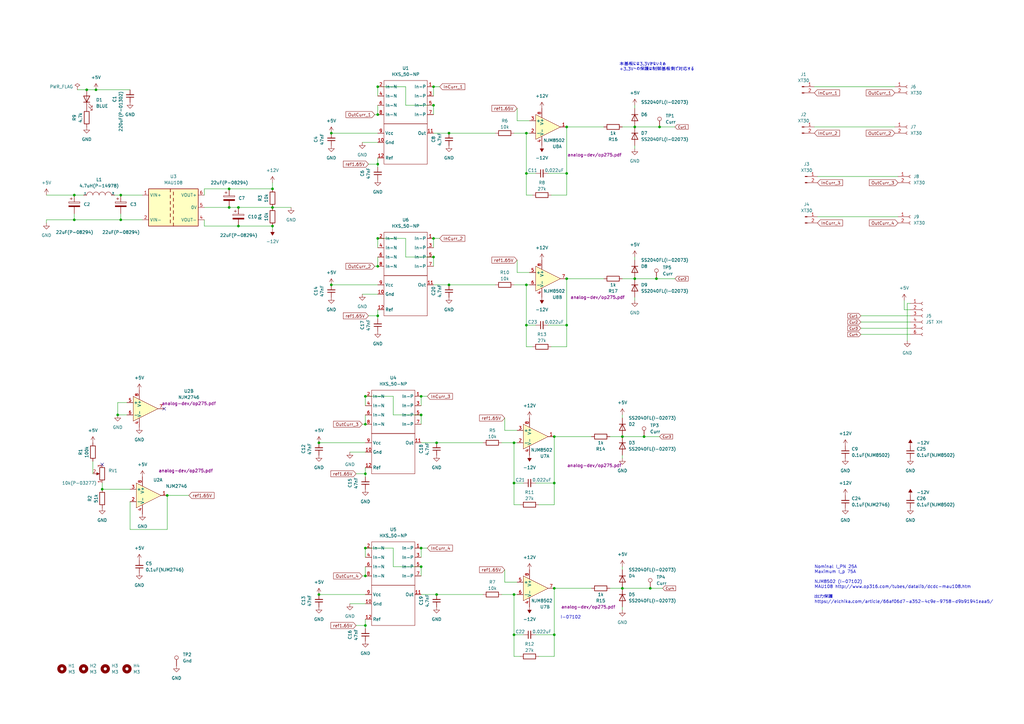
<source format=kicad_sch>
(kicad_sch (version 20211123) (generator eeschema)
  (paper "A3")
  (title_block (title "モータ電流検出基板") (date "2023-11-12") (rev "MSCB 2.1") (company "TKG") (comment 1 "ver1.1 反転増幅のリファレンス端子の電圧を修正") (comment 2 "ver2.0 4ch化") (comment 3 "ver2.1 誤記修正"))
  (lib_symbols
    (symbol "Connector:Conn_01x02_Female" (pin_names (offset 1.016) hide)
      (property "Reference" "J" (at 0 2.54 0))
      (property "Value" "Conn_01x02_Female" (at 0 -5.08 0))
      (symbol "Conn_01x02_Female_1_1"
        (pin passive line (at -5.08 0 0) (length 3.81) (name "Pin_1") (number "1"))
        (pin passive line (at -5.08 -2.54 0) (length 3.81) (name "Pin_2") (number "2"))
      )
    )
    (symbol "Connector:Conn_01x02_Male" (pin_names (offset 1.016) hide)
      (property "Reference" "J" (at 0 2.54 0))
      (property "Value" "Conn_01x02_Male" (at 0 -5.08 0))
      (symbol "Conn_01x02_Male_1_1"
        (pin passive line (at 5.08 0 180) (length 3.81) (name "Pin_1") (number "1"))
        (pin passive line (at 5.08 -2.54 180) (length 3.81) (name "Pin_2") (number "2"))
      )
    )
    (symbol "Connector:Conn_01x06_Female" (pin_names (offset 1.016) hide)
      (property "Reference" "J" (at 0 7.62 0))
      (property "Value" "Conn_01x06_Female" (at 0 -10.16 0))
      (symbol "Conn_01x06_Female_1_1"
        (pin passive line (at -5.08 5.08 0) (length 3.81) (name "Pin_1") (number "1"))
        (pin passive line (at -5.08 2.54 0) (length 3.81) (name "Pin_2") (number "2"))
        (pin passive line (at -5.08 0 0) (length 3.81) (name "Pin_3") (number "3"))
        (pin passive line (at -5.08 -2.54 0) (length 3.81) (name "Pin_4") (number "4"))
        (pin passive line (at -5.08 -5.08 0) (length 3.81) (name "Pin_5") (number "5"))
        (pin passive line (at -5.08 -7.62 0) (length 3.81) (name "Pin_6") (number "6"))
      )
    )
    (symbol "Connector:TestPoint" (pin_numbers hide) (pin_names (offset 0.762) hide)
      (property "Reference" "TP" (at 0 6.858 0))
      (property "Value" "TestPoint" (at 0 5.08 0))
      (symbol "TestPoint_1_1"
        (pin passive line (at 0 0 90) (length 2.54) (name "1") (number "1"))
      )
    )
    (symbol "Device:C_Polarized" (pin_numbers hide) (pin_names (offset 0.254))
      (property "Reference" "C" (at 0.635 2.54 0))
      (property "Value" "C_Polarized" (at 0.635 -2.54 0))
      (symbol "C_Polarized_1_1"
        (pin passive line (at 0 3.81 270) (length 2.794) (name "~") (number "1"))
        (pin passive line (at 0 -3.81 90) (length 2.794) (name "~") (number "2"))
      )
    )
    (symbol "Device:C_Small" (pin_numbers hide) (pin_names (offset 0.254) hide)
      (property "Reference" "C" (at 0.254 1.778 0))
      (property "Value" "C_Small" (at 0.254 -2.032 0))
      (symbol "C_Small_1_1"
        (pin passive line (at 0 2.54 270) (length 2.032) (name "~") (number "1"))
        (pin passive line (at 0 -2.54 90) (length 2.032) (name "~") (number "2"))
      )
    )
    (symbol "Device:D" (pin_numbers hide) (pin_names (offset 1.016) hide)
      (property "Reference" "D" (at 0 2.54 0))
      (property "Value" "D" (at 0 -2.54 0))
      (symbol "D_1_1"
        (pin passive line (at -3.81 0 0) (length 2.54) (name "K") (number "1"))
        (pin passive line (at 3.81 0 180) (length 2.54) (name "A") (number "2"))
      )
    )
    (symbol "Device:LED" (pin_numbers hide) (pin_names (offset 1.016) hide)
      (property "Reference" "D" (at 0 2.54 0))
      (property "Value" "LED" (at 0 -2.54 0))
      (symbol "LED_1_1"
        (pin passive line (at -3.81 0 0) (length 2.54) (name "K") (number "1"))
        (pin passive line (at 3.81 0 180) (length 2.54) (name "A") (number "2"))
      )
    )
    (symbol "Device:R" (pin_numbers hide) (pin_names (offset 0))
      (property "Reference" "R" (at 2.032 0 90))
      (property "Value" "R" (at 0 0 90))
      (symbol "R_1_1"
        (pin passive line (at 0 3.81 270) (length 1.27) (name "~") (number "1"))
        (pin passive line (at 0 -3.81 90) (length 1.27) (name "~") (number "2"))
      )
    )
    (symbol "Device:R_Potentiometer" (pin_names (offset 1.016) hide)
      (property "Reference" "RV" (at -4.445 0 90))
      (property "Value" "R_Potentiometer" (at -2.54 0 90))
      (symbol "R_Potentiometer_1_1"
        (pin passive line (at 0 3.81 270) (length 1.27) (name "1") (number "1"))
        (pin passive line (at 3.81 0 180) (length 1.27) (name "2") (number "2"))
        (pin passive line (at 0 -3.81 90) (length 1.27) (name "3") (number "3"))
      )
    )
    (symbol "Mechanical:MountingHole" (pin_names (offset 1.016))
      (property "Reference" "H" (at 0 5.08 0))
      (property "Value" "MountingHole" (at 0 3.175 0))
    )
    (symbol "Regulator_Switching:NMA1515SC"
      (property "Reference" "U" (at -10.16 8.89 0))
      (property "Value" "NMA1515SC" (at 0 8.89 0))
      (symbol "NMA1515SC_1_1"
        (pin power_in line (at -12.7 5.08 0) (length 2.54) (name "VIN+") (number "1"))
        (pin power_in line (at -12.7 -5.08 0) (length 2.54) (name "VIN-") (number "2"))
        (pin power_out line (at 12.7 -5.08 180) (length 2.54) (name "VOUT-") (number "4"))
        (pin power_out line (at 12.7 0 180) (length 2.54) (name "0V") (number "5"))
        (pin power_out line (at 12.7 5.08 180) (length 2.54) (name "VOUT+") (number "6"))
      )
    )
    (symbol "power:+12V" (power) (pin_names (offset 0))
      (property "Value" "+12V" (at 0 3.556 0))
      (symbol "+12V_1_1"
        (pin power_in line (at 0 0 90) (length 0) hide (name "+12V") (number "1"))
      )
    )
    (symbol "power:+5V" (power) (pin_names (offset 0))
      (property "Value" "+5V" (at 0 3.556 0))
      (symbol "+5V_1_1"
        (pin power_in line (at 0 0 90) (length 0) hide (name "+5V") (number "1"))
      )
    )
    (symbol "power:-12V" (power) (pin_names (offset 0))
      (property "Value" "-12V" (at 0 3.81 0))
      (symbol "-12V_0_0"
        (pin power_in line (at 0 0 90) (length 0) hide (name "-12V") (number "1"))
      )
    )
    (symbol "power:GND" (power) (pin_names (offset 0))
      (property "Value" "GND" (at 0 -3.81 0))
      (symbol "GND_1_1"
        (pin power_in line (at 0 0 270) (length 0) hide (name "GND") (number "1"))
      )
    )
    (symbol "power:PWR_FLAG" (power) (pin_numbers hide) (pin_names (offset 0) hide)
      (property "Value" "PWR_FLAG" (at 0 3.81 0))
      (symbol "PWR_FLAG_0_0"
        (pin power_out line (at 0 0 90) (length 0) (name "pwr") (number "1"))
      )
    )
    (symbol "pspice:INDUCTOR" (pin_numbers hide) (pin_names (offset 0))
      (property "Reference" "L" (at 0 2.54 0))
      (property "Value" "INDUCTOR" (at 0 -1.27 0))
      (symbol "INDUCTOR_1_1"
        (pin input line (at -6.35 0 0) (length 1.27) (name "1") (number "1"))
        (pin input line (at 6.35 0 180) (length 1.27) (name "2") (number "2"))
      )
    )
    (symbol "x_mylib:HXS_50-NP"
      (property "Reference" "U" (at -3.81 5.08 0))
      (property "Value" "HXS_50-NP" (at -1.27 2.54 0))
      (symbol "HXS_50-NP_1_1"
        (pin bidirectional line (at 11.43 -2.54 180) (length 2.54) (name "In-P") (number "1"))
        (pin power_in line (at -11.43 -25.4 0) (length 2.54) (name "Gnd") (number "10"))
        (pin output line (at 11.43 -21.59 180) (length 2.54) (name "Out") (number "11"))
        (pin input line (at -11.43 -31.75 0) (length 2.54) (name "Ref") (number "12"))
        (pin bidirectional line (at -11.43 -2.54 0) (length 2.54) (name "In-N") (number "2"))
        (pin bidirectional line (at 11.43 -6.35 180) (length 2.54) (name "In-P") (number "3"))
        (pin bidirectional line (at -11.43 -6.35 0) (length 2.54) (name "In-N") (number "4"))
        (pin bidirectional line (at 11.43 -10.16 180) (length 2.54) (name "In-P") (number "5"))
        (pin bidirectional line (at -11.43 -10.16 0) (length 2.54) (name "In-N") (number "6"))
        (pin bidirectional line (at 11.43 -13.97 180) (length 2.54) (name "In-P") (number "7"))
        (pin bidirectional line (at -11.43 -13.97 0) (length 2.54) (name "In-N") (number "8"))
        (pin power_in line (at -11.43 -21.59 0) (length 2.54) (name "Vcc") (number "9"))
      )
    )
    (symbol "x_mylib:NJM2746" (pin_names (offset 0.254))
      (property "Reference" "U" (at 0 3.81 0))
      (property "Value" "NJM2746" (at 0 -3.81 0))
      (property "Datasheet" "analog-dev/op275.pdf" (at 0 3.81 0))
      (symbol "NJM2746_0_1"
        (pin power_in line (at -2.54 -7.62 90) (length 3.81) (name "V-") (number "4"))
        (pin power_in line (at -2.54 7.62 270) (length 3.81) (name "V+") (number "8"))
      )
      (symbol "NJM2746_1_1"
        (pin output line (at 7.62 0 180) (length 2.54) (name "~") (number "1"))
        (pin input line (at -7.62 -2.54 0) (length 2.54) (name "-") (number "2"))
        (pin input line (at -7.62 2.54 0) (length 2.54) (name "+") (number "3"))
      )
      (symbol "NJM2746_2_1"
        (pin input line (at -7.62 2.54 0) (length 2.54) (name "+") (number "5"))
        (pin input line (at -7.62 -2.54 0) (length 2.54) (name "-") (number "6"))
        (pin output line (at 7.62 0 180) (length 2.54) (name "~") (number "7"))
      )
    )
  )
  (junction (at 215.9 116.84))
  (junction (at 154.94 97.79))
  (junction (at 154.94 35.56))
  (junction (at 154.94 46.99))
  (junction (at 48.26 170.18))
  (junction (at 232.41 133.35))
  (junction (at 179.07 181.61))
  (junction (at 68.58 203.2))
  (junction (at 130.81 243.84))
  (junction (at 227.33 260.35))
  (junction (at 177.8 105.41))
  (junction (at 172.72 224.79))
  (junction (at 227.33 241.3))
  (junction (at 177.8 35.56))
  (junction (at 227.33 198.12))
  (junction (at 184.15 116.84))
  (junction (at 255.27 241.3))
  (junction (at 41.91 200.66))
  (junction (at 179.07 243.84))
  (junction (at 30.48 90.17))
  (junction (at 215.9 54.61))
  (junction (at 210.82 260.35))
  (junction (at 97.79 85.09))
  (junction (at 266.7 241.3))
  (junction (at 135.89 116.84))
  (junction (at 177.8 97.79))
  (junction (at 215.9 71.12))
  (junction (at 149.86 162.56))
  (junction (at 149.86 194.31))
  (junction (at 154.94 67.31))
  (junction (at 215.9 133.35))
  (junction (at 149.86 224.79))
  (junction (at 149.86 236.22))
  (junction (at 93.98 85.09))
  (junction (at 35.56 36.83))
  (junction (at 232.41 52.07))
  (junction (at 49.53 90.17))
  (junction (at 227.33 179.07))
  (junction (at 49.53 80.01))
  (junction (at 210.82 243.84))
  (junction (at 154.94 109.22))
  (junction (at 111.76 85.09))
  (junction (at 149.86 173.99))
  (junction (at 111.76 92.71))
  (junction (at 130.81 181.61))
  (junction (at 30.48 80.01))
  (junction (at 149.86 256.54))
  (junction (at 177.8 43.18))
  (junction (at 184.15 54.61))
  (junction (at 111.76 77.47))
  (junction (at 255.27 179.07))
  (junction (at 97.79 92.71))
  (junction (at 210.82 181.61))
  (junction (at 232.41 71.12))
  (junction (at 270.51 52.07))
  (junction (at 39.37 36.83))
  (junction (at 210.82 198.12))
  (junction (at 260.35 52.07))
  (junction (at 135.89 54.61))
  (junction (at 264.16 179.07))
  (junction (at 172.72 162.56))
  (junction (at 232.41 114.3))
  (junction (at 172.72 170.18))
  (junction (at 260.35 114.3))
  (junction (at 154.94 129.54))
  (junction (at 172.72 232.41))
  (junction (at 269.24 114.3))
  (junction (at 93.98 77.47))
  (no_connect (at 67.31 167.64))
  (no_connect (at 41.91 190.5))
  (wire (pts (xy 215.9 80.01) (xy 218.44 80.01)))
  (wire (pts (xy 172.72 162.56) (xy 175.26 162.56)))
  (wire (pts (xy 210.82 269.24) (xy 210.82 260.35)))
  (wire (pts (xy 210.82 207.01) (xy 213.36 207.01)))
  (wire (pts (xy 353.06 132.08) (xy 373.38 132.08)))
  (wire (pts (xy 215.9 133.35) (xy 219.71 133.35)))
  (wire (pts (xy 172.72 224.79) (xy 172.72 228.6)))
  (wire (pts (xy 149.86 254) (xy 149.86 256.54)))
  (wire (pts (xy 335.28 72.39) (xy 368.3 72.39)))
  (wire (pts (xy 224.79 71.12) (xy 232.41 71.12)))
  (wire (pts (xy 41.91 198.12) (xy 41.91 200.66)))
  (wire (pts (xy 149.86 232.41) (xy 149.86 236.22)))
  (wire (pts (xy 212.09 238.76) (xy 207.01 238.76)))
  (wire (pts (xy 255.27 179.07) (xy 264.16 179.07)))
  (wire (pts (xy 68.58 217.17) (xy 68.58 203.2)))
  (wire (pts (xy 255.27 187.96) (xy 255.27 186.69)))
  (wire (pts (xy 149.86 170.18) (xy 149.86 173.99)))
  (wire (pts (xy 46.99 80.01) (xy 49.53 80.01)))
  (wire (pts (xy 93.98 85.09) (xy 97.79 85.09)))
  (wire (pts (xy 177.8 105.41) (xy 166.37 105.41)))
  (wire (pts (xy 172.72 170.18) (xy 161.29 170.18)))
  (wire (pts (xy 232.41 80.01) (xy 232.41 71.12)))
  (wire (pts (xy 210.82 243.84) (xy 210.82 260.35)))
  (wire (pts (xy 83.82 77.47) (xy 83.82 80.01)))
  (wire (pts (xy 146.05 256.54) (xy 149.86 256.54)))
  (wire (pts (xy 210.82 207.01) (xy 210.82 198.12)))
  (wire (pts (xy 184.15 116.84) (xy 203.2 116.84)))
  (wire (pts (xy 48.26 170.18) (xy 48.26 165.1)))
  (wire (pts (xy 49.53 90.17) (xy 30.48 90.17)))
  (wire (pts (xy 220.98 269.24) (xy 227.33 269.24)))
  (wire (pts (xy 154.94 105.41) (xy 154.94 109.22)))
  (wire (pts (xy 161.29 232.41) (xy 161.29 224.79)))
  (wire (pts (xy 217.17 49.53) (xy 212.09 49.53)))
  (wire (pts (xy 232.41 142.24) (xy 232.41 133.35)))
  (wire (pts (xy 172.72 243.84) (xy 179.07 243.84)))
  (wire (pts (xy 83.82 92.71) (xy 83.82 90.17)))
  (wire (pts (xy 130.81 181.61) (xy 149.86 181.61)))
  (wire (pts (xy 232.41 114.3) (xy 232.41 133.35)))
  (wire (pts (xy 41.91 200.66) (xy 53.34 200.66)))
  (wire (pts (xy 166.37 43.18) (xy 166.37 35.56)))
  (wire (pts (xy 372.11 124.46) (xy 373.38 124.46)))
  (wire (pts (xy 48.26 170.18) (xy 52.07 170.18)))
  (wire (pts (xy 207.01 238.76) (xy 207.01 233.68)))
  (wire (pts (xy 93.98 77.47) (xy 83.82 77.47)))
  (wire (pts (xy 48.26 165.1) (xy 52.07 165.1)))
  (wire (pts (xy 370.84 123.19) (xy 370.84 127)))
  (wire (pts (xy 269.24 114.3) (xy 276.86 114.3)))
  (wire (pts (xy 210.82 54.61) (xy 215.9 54.61)))
  (wire (pts (xy 154.94 127) (xy 154.94 129.54)))
  (wire (pts (xy 149.86 191.77) (xy 149.86 194.31)))
  (wire (pts (xy 215.9 54.61) (xy 215.9 71.12)))
  (wire (pts (xy 111.76 74.93) (xy 111.76 77.47)))
  (wire (pts (xy 19.05 90.17) (xy 30.48 90.17)))
  (wire (pts (xy 177.8 116.84) (xy 184.15 116.84)))
  (wire (pts (xy 260.35 60.96) (xy 260.35 59.69)))
  (wire (pts (xy 215.9 54.61) (xy 217.17 54.61)))
  (wire (pts (xy 255.27 241.3) (xy 266.7 241.3)))
  (wire (pts (xy 226.06 142.24) (xy 232.41 142.24)))
  (wire (pts (xy 154.94 97.79) (xy 154.94 101.6)))
  (wire (pts (xy 353.06 129.54) (xy 373.38 129.54)))
  (wire (pts (xy 335.28 88.9) (xy 368.3 88.9)))
  (wire (pts (xy 49.53 80.01) (xy 58.42 80.01)))
  (wire (pts (xy 210.82 181.61) (xy 212.09 181.61)))
  (wire (pts (xy 143.51 247.65) (xy 149.86 247.65)))
  (wire (pts (xy 250.19 241.3) (xy 255.27 241.3)))
  (wire (pts (xy 212.09 111.76) (xy 212.09 106.68)))
  (wire (pts (xy 149.86 224.79) (xy 149.86 228.6)))
  (wire (pts (xy 260.35 52.07) (xy 270.51 52.07)))
  (wire (pts (xy 30.48 90.17) (xy 30.48 87.63)))
  (wire (pts (xy 30.48 80.01) (xy 34.29 80.01)))
  (wire (pts (xy 255.27 170.18) (xy 255.27 171.45)))
  (wire (pts (xy 334.01 35.56) (xy 367.03 35.56)))
  (wire (pts (xy 166.37 35.56) (xy 154.94 35.56)))
  (wire (pts (xy 172.72 181.61) (xy 179.07 181.61)))
  (wire (pts (xy 35.56 36.83) (xy 39.37 36.83)))
  (wire (pts (xy 255.27 250.19) (xy 255.27 248.92)))
  (wire (pts (xy 370.84 127) (xy 373.38 127)))
  (wire (pts (xy 97.79 92.71) (xy 83.82 92.71)))
  (wire (pts (xy 177.8 43.18) (xy 166.37 43.18)))
  (wire (pts (xy 148.59 58.42) (xy 154.94 58.42)))
  (wire (pts (xy 177.8 97.79) (xy 180.34 97.79)))
  (wire (pts (xy 19.05 91.44) (xy 19.05 90.17)))
  (wire (pts (xy 135.89 54.61) (xy 154.94 54.61)))
  (wire (pts (xy 219.71 198.12) (xy 227.33 198.12)))
  (wire (pts (xy 260.35 114.3) (xy 269.24 114.3)))
  (wire (pts (xy 172.72 232.41) (xy 161.29 232.41)))
  (wire (pts (xy 154.94 43.18) (xy 154.94 46.99)))
  (wire (pts (xy 217.17 111.76) (xy 212.09 111.76)))
  (wire (pts (xy 93.98 77.47) (xy 111.76 77.47)))
  (wire (pts (xy 31.75 36.83) (xy 35.56 36.83)))
  (wire (pts (xy 19.05 80.01) (xy 30.48 80.01)))
  (wire (pts (xy 224.79 133.35) (xy 232.41 133.35)))
  (wire (pts (xy 207.01 176.53) (xy 207.01 171.45)))
  (wire (pts (xy 177.8 97.79) (xy 177.8 101.6)))
  (wire (pts (xy 215.9 142.24) (xy 215.9 133.35)))
  (wire (pts (xy 135.89 116.84) (xy 154.94 116.84)))
  (wire (pts (xy 260.35 105.41) (xy 260.35 106.68)))
  (wire (pts (xy 177.8 35.56) (xy 177.8 39.37)))
  (wire (pts (xy 215.9 116.84) (xy 215.9 133.35)))
  (wire (pts (xy 153.67 46.99) (xy 154.94 46.99)))
  (wire (pts (xy 215.9 71.12) (xy 219.71 71.12)))
  (wire (pts (xy 58.42 90.17) (xy 49.53 90.17)))
  (wire (pts (xy 53.34 217.17) (xy 68.58 217.17)))
  (wire (pts (xy 212.09 176.53) (xy 207.01 176.53)))
  (wire (pts (xy 266.7 241.3) (xy 271.78 241.3)))
  (wire (pts (xy 83.82 85.09) (xy 93.98 85.09)))
  (wire (pts (xy 148.59 173.99) (xy 149.86 173.99)))
  (wire (pts (xy 227.33 207.01) (xy 227.33 198.12)))
  (wire (pts (xy 161.29 224.79) (xy 149.86 224.79)))
  (wire (pts (xy 232.41 52.07) (xy 232.41 71.12)))
  (wire (pts (xy 184.15 54.61) (xy 203.2 54.61)))
  (wire (pts (xy 154.94 129.54) (xy 154.94 130.81)))
  (wire (pts (xy 130.81 243.84) (xy 149.86 243.84)))
  (wire (pts (xy 151.13 129.54) (xy 154.94 129.54)))
  (wire (pts (xy 97.79 92.71) (xy 111.76 92.71)))
  (wire (pts (xy 260.35 123.19) (xy 260.35 121.92)))
  (wire (pts (xy 39.37 36.83) (xy 53.34 36.83)))
  (wire (pts (xy 210.82 269.24) (xy 213.36 269.24)))
  (wire (pts (xy 215.9 80.01) (xy 215.9 71.12)))
  (wire (pts (xy 153.67 109.22) (xy 154.94 109.22)))
  (wire (pts (xy 215.9 142.24) (xy 218.44 142.24)))
  (wire (pts (xy 177.8 43.18) (xy 177.8 46.99)))
  (wire (pts (xy 172.72 170.18) (xy 172.72 173.99)))
  (wire (pts (xy 172.72 162.56) (xy 172.72 166.37)))
  (wire (pts (xy 179.07 243.84) (xy 198.12 243.84)))
  (wire (pts (xy 210.82 181.61) (xy 210.82 198.12)))
  (wire (pts (xy 177.8 35.56) (xy 180.34 35.56)))
  (wire (pts (xy 227.33 179.07) (xy 242.57 179.07)))
  (wire (pts (xy 220.98 207.01) (xy 227.33 207.01)))
  (wire (pts (xy 227.33 179.07) (xy 227.33 198.12)))
  (wire (pts (xy 255.27 52.07) (xy 260.35 52.07)))
  (wire (pts (xy 154.94 67.31) (xy 154.94 68.58)))
  (wire (pts (xy 149.86 256.54) (xy 149.86 257.81)))
  (wire (pts (xy 143.51 185.42) (xy 149.86 185.42)))
  (wire (pts (xy 179.07 181.61) (xy 198.12 181.61)))
  (wire (pts (xy 146.05 194.31) (xy 149.86 194.31)))
  (wire (pts (xy 226.06 80.01) (xy 232.41 80.01)))
  (wire (pts (xy 334.01 52.07) (xy 367.03 52.07)))
  (wire (pts (xy 232.41 52.07) (xy 247.65 52.07)))
  (wire (pts (xy 210.82 260.35) (xy 214.63 260.35)))
  (wire (pts (xy 260.35 43.18) (xy 260.35 44.45)))
  (wire (pts (xy 227.33 269.24) (xy 227.33 260.35)))
  (wire (pts (xy 255.27 232.41) (xy 255.27 233.68)))
  (wire (pts (xy 148.59 120.65) (xy 154.94 120.65)))
  (wire (pts (xy 53.34 205.74) (xy 53.34 217.17)))
  (wire (pts (xy 111.76 85.09) (xy 119.38 85.09)))
  (wire (pts (xy 172.72 232.41) (xy 172.72 236.22)))
  (wire (pts (xy 353.06 137.16) (xy 373.38 137.16)))
  (wire (pts (xy 227.33 241.3) (xy 227.33 260.35)))
  (wire (pts (xy 148.59 236.22) (xy 149.86 236.22)))
  (wire (pts (xy 154.94 35.56) (xy 154.94 39.37)))
  (wire (pts (xy 97.79 85.09) (xy 111.76 85.09)))
  (wire (pts (xy 205.74 181.61) (xy 210.82 181.61)))
  (wire (pts (xy 353.06 134.62) (xy 373.38 134.62)))
  (wire (pts (xy 264.16 179.07) (xy 270.51 179.07)))
  (wire (pts (xy 154.94 64.77) (xy 154.94 67.31)))
  (wire (pts (xy 172.72 224.79) (xy 175.26 224.79)))
  (wire (pts (xy 151.13 67.31) (xy 154.94 67.31)))
  (wire (pts (xy 68.58 203.2) (xy 77.47 203.2)))
  (wire (pts (xy 210.82 116.84) (xy 215.9 116.84)))
  (wire (pts (xy 219.71 260.35) (xy 227.33 260.35)))
  (wire (pts (xy 177.8 54.61) (xy 184.15 54.61)))
  (wire (pts (xy 255.27 114.3) (xy 260.35 114.3)))
  (wire (pts (xy 210.82 198.12) (xy 214.63 198.12)))
  (wire (pts (xy 38.1 189.23) (xy 38.1 194.31)))
  (wire (pts (xy 270.51 52.07) (xy 276.86 52.07)))
  (wire (pts (xy 149.86 194.31) (xy 149.86 195.58)))
  (wire (pts (xy 161.29 170.18) (xy 161.29 162.56)))
  (wire (pts (xy 161.29 162.56) (xy 149.86 162.56)))
  (wire (pts (xy 177.8 105.41) (xy 177.8 109.22)))
  (wire (pts (xy 205.74 243.84) (xy 210.82 243.84)))
  (wire (pts (xy 149.86 162.56) (xy 149.86 166.37)))
  (wire (pts (xy 210.82 243.84) (xy 212.09 243.84)))
  (wire (pts (xy 250.19 179.07) (xy 255.27 179.07)))
  (wire (pts (xy 227.33 241.3) (xy 242.57 241.3)))
  (wire (pts (xy 111.76 93.98) (xy 111.76 92.71)))
  (wire (pts (xy 215.9 116.84) (xy 217.17 116.84)))
  (wire (pts (xy 166.37 105.41) (xy 166.37 97.79)))
  (wire (pts (xy 166.37 97.79) (xy 154.94 97.79)))
  (wire (pts (xy 212.09 49.53) (xy 212.09 44.45)))
  (wire (pts (xy 49.53 90.17) (xy 49.53 87.63)))
  (wire (pts (xy 372.11 139.7) (xy 372.11 124.46)))
  (wire (pts (xy 232.41 114.3) (xy 247.65 114.3)))
  (text "Nominal I_PN 25A\nMaximum I_p 75A\n\nNJM8502 (I-07102)\nMAU108 http://www.op316.com/tubes/datalib/dcdc-mau108.htm\n\n出力保護\nhttps://elchika.com/article/66af06d7-a352-4c9e-9758-d9b91941eaa5/" (at 334.01 247.65 0) (effects (font (size 1.27 1.27)) (justify left bottom)))
  (text "I-07102" (at 229.87 254 0) (effects (font (size 1.27 1.27)) (justify left bottom)))
  (text "本基板には3.3Vがないため\n+3.3Vへの保護は制御基板側で対応する" (at 254 29.21 0) (effects (font (size 1.27 1.27)) (justify left bottom)))
  (global_label "OutCurr_3" (shape input) (at 148.59 173.99 180) (property "Intersheet References" "${INTERSHEET_REFS}" (effects hide)))
  (global_label "ref1.65V" (shape input) (at 207.01 233.68 180) (property "Intersheet References" "${INTERSHEET_REFS}" (effects hide)))
  (global_label "Cur3" (shape input) (at 353.06 134.62 180) (effects (font (size 1 1))) (property "Intersheet References" "${INTERSHEET_REFS}" (effects hide)))
  (global_label "InCurr_4" (shape input) (at 175.26 224.79 0) (property "Intersheet References" "${INTERSHEET_REFS}" (effects hide)))
  (global_label "OutCurr_1" (shape input) (at 153.67 46.99 180) (property "Intersheet References" "${INTERSHEET_REFS}" (effects hide)))
  (global_label "OutCurr_4" (shape input) (at 148.59 236.22 180) (property "Intersheet References" "${INTERSHEET_REFS}" (effects hide)))
  (global_label "InCurr_2" (shape input) (at 180.34 97.79 0) (property "Intersheet References" "${INTERSHEET_REFS}" (effects hide)))
  (global_label "InCurr_3" (shape input) (at 335.28 74.93 0) (property "Intersheet References" "${INTERSHEET_REFS}" (effects hide)))
  (global_label "ref1.65V" (shape input) (at 77.47 203.2 0) (property "Intersheet References" "${INTERSHEET_REFS}" (effects hide)))
  (global_label "Cur2" (shape input) (at 353.06 132.08 180) (effects (font (size 1 1))) (property "Intersheet References" "${INTERSHEET_REFS}" (effects hide)))
  (global_label "Cur3" (shape input) (at 270.51 179.07 0) (effects (font (size 1 1))) (property "Intersheet References" "${INTERSHEET_REFS}" (effects hide)))
  (global_label "ref1.65V" (shape input) (at 212.09 44.45 180) (property "Intersheet References" "${INTERSHEET_REFS}" (effects hide)))
  (global_label "Cur1" (shape input) (at 353.06 129.54 180) (effects (font (size 1 1))) (property "Intersheet References" "${INTERSHEET_REFS}" (effects hide)))
  (global_label "ref1.65V" (shape input) (at 212.09 106.68 180) (property "Intersheet References" "${INTERSHEET_REFS}" (effects hide)))
  (global_label "Cur2" (shape input) (at 276.86 114.3 0) (effects (font (size 1 1))) (property "Intersheet References" "${INTERSHEET_REFS}" (effects hide)))
  (global_label "ref1.65V" (shape input) (at 146.05 194.31 180) (property "Intersheet References" "${INTERSHEET_REFS}" (effects hide)))
  (global_label "OutCurr_2" (shape input) (at 153.67 109.22 180) (property "Intersheet References" "${INTERSHEET_REFS}" (effects hide)))
  (global_label "ref1.65V" (shape input) (at 151.13 67.31 180) (property "Intersheet References" "${INTERSHEET_REFS}" (effects hide)))
  (global_label "InCurr_4" (shape input) (at 335.28 91.44 0) (property "Intersheet References" "${INTERSHEET_REFS}" (effects hide)))
  (global_label "Cur1" (shape input) (at 276.86 52.07 0) (effects (font (size 1 1))) (property "Intersheet References" "${INTERSHEET_REFS}" (effects hide)))
  (global_label "ref1.65V" (shape input) (at 207.01 171.45 180) (property "Intersheet References" "${INTERSHEET_REFS}" (effects hide)))
  (global_label "InCurr_2" (shape input) (at 334.01 54.61 0) (property "Intersheet References" "${INTERSHEET_REFS}" (effects hide)))
  (global_label "OutCurr_1" (shape input) (at 367.03 38.1 180) (property "Intersheet References" "${INTERSHEET_REFS}" (effects hide)))
  (global_label "ref1.65V" (shape input) (at 151.13 129.54 180) (property "Intersheet References" "${INTERSHEET_REFS}" (effects hide)))
  (global_label "OutCurr_3" (shape input) (at 368.3 74.93 180) (property "Intersheet References" "${INTERSHEET_REFS}" (effects hide)))
  (global_label "OutCurr_4" (shape input) (at 368.3 91.44 180) (property "Intersheet References" "${INTERSHEET_REFS}" (effects hide)))
  (global_label "OutCurr_2" (shape input) (at 367.03 54.61 180) (property "Intersheet References" "${INTERSHEET_REFS}" (effects hide)))
  (global_label "InCurr_1" (shape input) (at 180.34 35.56 0) (property "Intersheet References" "${INTERSHEET_REFS}" (effects hide)))
  (global_label "Cur4" (shape input) (at 271.78 241.3 0) (effects (font (size 1 1))) (property "Intersheet References" "${INTERSHEET_REFS}" (effects hide)))
  (global_label "Cur4" (shape input) (at 353.06 137.16 180) (effects (font (size 1 1))) (property "Intersheet References" "${INTERSHEET_REFS}" (effects hide)))
  (global_label "InCurr_1" (shape input) (at 334.01 38.1 0) (property "Intersheet References" "${INTERSHEET_REFS}" (effects hide)))
  (global_label "ref1.65V" (shape input) (at 146.05 256.54 180) (property "Intersheet References" "${INTERSHEET_REFS}" (effects hide)))
  (global_label "InCurr_3" (shape input) (at 175.26 162.56 0) (property "Intersheet References" "${INTERSHEET_REFS}" (effects hide)))
  (symbol (lib_id "power:GND") (at 260.35 123.19 0) (unit 1)
    (property "Reference" "#PWR053" (effects hide))
    (property "Value" "GND" (at 260.35 128.27 0))
  )
  (symbol (lib_id "power:GND") (at 72.39 273.05 0) (unit 1)
    (property "Reference" "#PWR013" (effects hide))
    (property "Value" "GND" (at 72.39 278.13 0))
  )
  (symbol (lib_id "power:-12V") (at 373.38 182.88 0) (unit 1)
    (property "Reference" "#PWR059" (effects hide))
    (property "Value" "-12V" (at 375.92 181.6099 0) (effects (justify left)))
  )
  (symbol (lib_id "Connector:Conn_01x02_Female") (at 372.11 35.56 0) (unit 1)
    (property "Reference" "J6" (at 373.38 35.5599 0) (effects (justify left)))
    (property "Value" "XT30" (at 373.38 38.0999 0) (effects (justify left)))
    (property "Footprint" "Connector_AMASS:AMASS_XT30U-F_1x02_P5.0mm_Vertical" (effects hide))
  )
  (symbol (lib_id "power:+12V") (at 222.25 106.68 0) (unit 1)
    (property "Reference" "#PWR044" (effects hide))
    (property "Value" "+12V" (at 222.25 101.6 0))
  )
  (symbol (lib_id "Device:C_Small") (at 179.07 246.38 180) (unit 1)
    (property "Reference" "C19" (at 172.72 246.3737 90))
    (property "Value" "4.7nF" (at 175.26 246.3737 90))
    (property "Footprint" "Capacitor_SMD:C_0603_1608Metric_Pad1.08x0.95mm_HandSolder" (effects hide))
  )
  (symbol (lib_id "power:GND") (at 255.27 250.19 0) (unit 1)
    (property "Reference" "#PWR049" (effects hide))
    (property "Value" "GND" (at 255.27 255.27 0))
  )
  (symbol (lib_id "Mechanical:MountingHole") (at 25.4 274.32 0) (unit 1)
    (property "Reference" "H1" (at 27.94 273.0499 0) (effects (justify left)))
    (property "Value" "M3" (at 27.94 275.5899 0) (effects (justify left)))
    (property "Footprint" "MountingHole:MountingHole_3.2mm_M3" (effects hide))
  )
  (symbol (lib_id "power:+5V") (at 260.35 105.41 0) (unit 1)
    (property "Reference" "#PWR052" (effects hide))
    (property "Value" "+5V" (at 260.35 100.33 0))
  )
  (symbol (lib_id "power:GND") (at 143.51 247.65 0) (unit 1)
    (property "Reference" "#PWR030" (effects hide))
    (property "Value" "GND" (at 143.51 252.73 0))
  )
  (symbol (lib_id "power:GND") (at 57.15 234.95 0) (unit 1)
    (property "Reference" "#PWR08" (effects hide))
    (property "Value" "GND" (at 57.15 240.03 0))
  )
  (symbol (lib_id "Mechanical:MountingHole") (at 52.07 274.32 0) (unit 1)
    (property "Reference" "H4" (at 54.61 273.0499 0) (effects (justify left)))
    (property "Value" "M3" (at 54.61 275.5899 0) (effects (justify left)))
    (property "Footprint" "MountingHole:MountingHole_3.2mm_M3" (effects hide))
  )
  (symbol (lib_id "Device:C_Small") (at 222.25 133.35 90) (unit 1)
    (property "Reference" "C23" (at 218.44 132.08 90))
    (property "Value" "0.022uF" (at 227.33 132.08 90))
    (property "Footprint" "Capacitor_SMD:C_0603_1608Metric_Pad1.08x0.95mm_HandSolder" (effects hide))
  )
  (symbol (lib_id "Device:R") (at 251.46 52.07 270) (unit 1)
    (property "Reference" "R16" (at 251.46 57.15 90))
    (property "Value" "1k" (at 251.46 54.61 90))
    (property "Footprint" "Resistor_SMD:R_0603_1608Metric_Pad0.98x0.95mm_HandSolder" (effects hide))
  )
  (symbol (lib_id "Connector:Conn_01x02_Female") (at 372.11 52.07 0) (unit 1)
    (property "Reference" "J7" (at 373.38 52.0699 0) (effects (justify left)))
    (property "Value" "XT30" (at 373.38 54.6099 0) (effects (justify left)))
    (property "Footprint" "Connector_AMASS:AMASS_XT30U-F_1x02_P5.0mm_Vertical" (effects hide))
  )
  (symbol (lib_id "Device:C_Small") (at 135.89 57.15 180) (unit 1)
    (property "Reference" "C4" (at 129.54 57.1437 90))
    (property "Value" "47nF" (at 132.08 57.1437 90))
    (property "Footprint" "Capacitor_SMD:C_0603_1608Metric_Pad1.08x0.95mm_HandSolder" (effects hide))
  )
  (symbol (lib_id "Device:C_Polarized") (at 30.48 83.82 0) (unit 1)
    (property "Reference" "C2" (at 34.29 83.82 0) (effects (justify left)))
    (property "Value" "22uF(P-08294)" (at 22.86 95.25 0) (effects (justify left)))
    (property "Footprint" "Capacitor_THT:CP_Radial_D6.3mm_P2.50mm" (effects hide))
  )
  (symbol (lib_id "Device:LED") (at 35.56 40.64 90) (unit 1)
    (property "Reference" "D1" (at 39.37 40.9574 90) (effects (justify right)))
    (property "Value" "BLUE" (at 39.37 43.4974 90) (effects (justify right)))
    (property "Footprint" "Diode_SMD:D_0603_1608Metric_Pad1.05x0.95mm_HandSolder" (effects hide))
  )
  (symbol (lib_id "Device:C_Small") (at 217.17 260.35 90) (unit 1)
    (property "Reference" "C22" (at 213.36 259.08 90))
    (property "Value" "0.022uF" (at 222.25 259.08 90))
    (property "Footprint" "Capacitor_SMD:C_0603_1608Metric_Pad1.08x0.95mm_HandSolder" (effects hide))
  )
  (symbol (lib_id "power:GND") (at 148.59 58.42 0) (unit 1)
    (property "Reference" "#PWR018" (effects hide))
    (property "Value" "GND" (at 148.59 63.5 0))
  )
  (symbol (lib_id "power:PWR_FLAG") (at 31.75 36.83 0) (unit 1)
    (property "Reference" "#FLG01" (effects hide))
    (property "Value" "PWR_FLAG" (at 20.32 35.56 0) (effects (justify left)))
  )
  (symbol (lib_id "Device:R") (at 217.17 269.24 90) (unit 1)
    (property "Reference" "R12" (at 217.17 264.16 90))
    (property "Value" "27k" (at 217.17 266.7 90))
    (property "Footprint" "Resistor_SMD:R_0603_1608Metric_Pad0.98x0.95mm_HandSolder" (effects hide))
  )
  (symbol (lib_id "x_mylib:NJM2746") (at 219.71 241.3 0) (unit 2)
    (property "Reference" "U7" (at 223.52 248.92 0))
    (property "Value" "NJM8502" (at 222.25 246.38 0))
    (property "Footprint" "Package_SO:VSSOP-8_3.0x3.0mm_P0.65mm" (effects hide))
    (property "Datasheet" "analog-dev/op275.pdf" (at 241.3 248.92 0))
  )
  (symbol (lib_id "power:+5V") (at 260.35 43.18 0) (unit 1)
    (property "Reference" "#PWR050" (effects hide))
    (property "Value" "+5V" (at 260.35 38.1 0))
  )
  (symbol (lib_id "Device:C_Small") (at 184.15 57.15 180) (unit 1)
    (property "Reference" "C8" (at 177.8 57.1437 90))
    (property "Value" "4.7nF" (at 180.34 57.1437 90))
    (property "Footprint" "Capacitor_SMD:C_0603_1608Metric_Pad1.08x0.95mm_HandSolder" (effects hide))
  )
  (symbol (lib_id "Mechanical:MountingHole") (at 43.18 274.32 0) (unit 1)
    (property "Reference" "H3" (at 45.72 273.0499 0) (effects (justify left)))
    (property "Value" "M3" (at 45.72 275.5899 0) (effects (justify left)))
    (property "Footprint" "MountingHole:MountingHole_3.2mm_M3" (effects hide))
  )
  (symbol (lib_id "Device:R") (at 41.91 204.47 180) (unit 1)
    (property "Reference" "R2" (at 36.83 204.47 90))
    (property "Value" "51k" (at 39.37 204.47 90))
    (property "Footprint" "Resistor_SMD:R_0603_1608Metric_Pad0.98x0.95mm_HandSolder" (effects hide))
  )
  (symbol (lib_id "Device:C_Small") (at 346.71 205.74 180) (unit 1)
    (property "Reference" "C24" (at 349.25 204.4635 0) (effects (justify right)))
    (property "Value" "0.1uF(NJM2746)" (at 349.25 207.0035 0) (effects (justify right)))
    (property "Footprint" "Capacitor_SMD:C_0402_1005Metric_Pad0.74x0.62mm_HandSolder" (effects hide))
  )
  (symbol (lib_id "x_mylib:NJM2746") (at 219.71 179.07 0) (unit 1)
    (property "Reference" "U7" (at 223.4449 187.1015 0))
    (property "Value" "NJM8502" (at 222.1749 184.5615 0))
    (property "Footprint" "Package_SO:VSSOP-8_3.0x3.0mm_P0.65mm" (effects hide))
    (property "Datasheet" "analog-dev/op275.pdf" (at 243.7649 190.9115 0))
  )
  (symbol (lib_id "Device:R_Potentiometer") (at 41.91 194.31 180) (unit 1)
    (property "Reference" "RV1" (at 44.45 193.0399 0) (effects (justify right)))
    (property "Value" "10k(P-03277)" (at 25.4 198.12 0) (effects (justify right)))
    (property "Footprint" "Potentiometer_THT:Potentiometer_Vishay_T73YP_Vertical" (effects hide))
  )
  (symbol (lib_id "Device:R") (at 207.01 54.61 90) (unit 1)
    (property "Reference" "R6" (at 207.01 49.53 90))
    (property "Value" "10k" (at 207.01 52.07 90))
    (property "Footprint" "Resistor_SMD:R_0603_1608Metric_Pad0.98x0.95mm_HandSolder" (effects hide))
  )
  (symbol (lib_id "Connector:TestPoint") (at 72.39 273.05 0) (unit 1)
    (property "Reference" "TP2" (at 74.93 268.4779 0) (effects (justify left)))
    (property "Value" "Gnd" (at 74.93 271.0179 0) (effects (justify left)))
    (property "Footprint" "TestPoint:TestPoint_Loop_D1.80mm_Drill1.0mm_Beaded" (effects hide))
  )
  (symbol (lib_id "Device:D") (at 255.27 175.26 270) (unit 1)
    (property "Reference" "D2" (at 257.81 173.9899 90) (effects (justify left)))
    (property "Value" "SS2040FL(I-02073)" (at 257.81 171.45 90) (effects (justify left)))
    (property "Footprint" "Diode_SMD:D_1206_3216Metric_Pad1.42x1.75mm_HandSolder" (effects hide))
  )
  (symbol (lib_id "Connector:TestPoint") (at 264.16 179.07 0) (unit 1)
    (property "Reference" "TP3" (at 266.6249 174.4979 0) (effects (justify left)))
    (property "Value" "Curr" (at 266.6249 177.0379 0) (effects (justify left)))
    (property "Footprint" "TestPoint:TestPoint_Loop_D1.80mm_Drill1.0mm_Beaded" (effects hide))
  )
  (symbol (lib_id "Device:R") (at 201.93 181.61 90) (unit 1)
    (property "Reference" "R5" (at 201.93 176.53 90))
    (property "Value" "10k" (at 201.93 179.07 90))
    (property "Footprint" "Resistor_SMD:R_0603_1608Metric_Pad0.98x0.95mm_HandSolder" (effects hide))
  )
  (symbol (lib_id "Connector:Conn_01x02_Male") (at 328.93 52.07 0) (unit 1)
    (property "Reference" "J2" (at 329.565 46.99 0))
    (property "Value" "XT30" (at 329.565 49.53 0))
    (property "Footprint" "Connector_AMASS:AMASS_XT30U-M_1x02_P5.0mm_Vertical" (effects hide))
  )
  (symbol (lib_id "Device:R") (at 246.38 241.3 270) (unit 1)
    (property "Reference" "R15" (at 246.38 246.38 90))
    (property "Value" "1k" (at 246.38 243.84 90))
    (property "Footprint" "Resistor_SMD:R_0603_1608Metric_Pad0.98x0.95mm_HandSolder" (effects hide))
  )
  (symbol (lib_id "power:GND") (at 58.42 210.82 0) (unit 1)
    (property "Reference" "#PWR010" (effects hide))
    (property "Value" "GND" (at 58.42 215.9 0))
  )
  (symbol (lib_id "Device:R") (at 251.46 114.3 270) (unit 1)
    (property "Reference" "R17" (at 251.46 119.38 90))
    (property "Value" "1k" (at 251.46 116.84 90))
    (property "Footprint" "Resistor_SMD:R_0603_1608Metric_Pad0.98x0.95mm_HandSolder" (effects hide))
  )
  (symbol (lib_id "power:GND") (at 48.26 170.18 0) (unit 1)
    (property "Reference" "#PWR01" (effects hide))
    (property "Value" "GND" (at 48.26 175.26 0))
  )
  (symbol (lib_id "Connector:Conn_01x02_Male") (at 330.2 72.39 0) (unit 1)
    (property "Reference" "J3" (at 330.835 67.31 0))
    (property "Value" "XT30" (at 330.835 69.85 0))
    (property "Footprint" "Connector_AMASS:AMASS_XT30U-M_1x02_P5.0mm_Vertical" (effects hide))
  )
  (symbol (lib_id "power:GND") (at 143.51 185.42 0) (unit 1)
    (property "Reference" "#PWR029" (effects hide))
    (property "Value" "GND" (at 143.51 190.5 0))
  )
  (symbol (lib_id "power:GND") (at 373.38 187.96 0) (unit 1)
    (property "Reference" "#PWR060" (effects hide))
    (property "Value" "GND" (at 373.38 193.04 0))
  )
  (symbol (lib_id "power:GND") (at 154.94 73.66 0) (unit 1)
    (property "Reference" "#PWR020" (effects hide))
    (property "Value" "GND" (at 154.94 78.74 0))
  )
  (symbol (lib_id "power:GND") (at 119.38 85.09 0) (unit 1)
    (property "Reference" "#PWR0108" (effects hide))
    (property "Value" "GND" (at 119.38 90.17 0))
  )
  (symbol (lib_id "power:+12V") (at 222.25 44.45 0) (unit 1)
    (property "Reference" "#PWR042" (effects hide))
    (property "Value" "+12V" (at 222.25 39.37 0))
  )
  (symbol (lib_id "power:+12V") (at 346.71 203.2 0) (unit 1)
    (property "Reference" "#PWR055" (effects hide))
    (property "Value" "+12V" (at 346.71 198.12 0))
  )
  (symbol (lib_id "Device:D") (at 260.35 118.11 270) (unit 1)
    (property "Reference" "D9" (at 262.89 116.8399 90) (effects (justify left)))
    (property "Value" "SS2040FL(I-02073)" (at 262.89 119.3799 90) (effects (justify left)))
    (property "Footprint" "Diode_SMD:D_1206_3216Metric_Pad1.42x1.75mm_HandSolder" (effects hide))
  )
  (symbol (lib_id "Device:R") (at 222.25 142.24 90) (unit 1)
    (property "Reference" "R13" (at 222.25 137.16 90))
    (property "Value" "27k" (at 222.25 139.7 90))
    (property "Footprint" "Resistor_SMD:R_0603_1608Metric_Pad0.98x0.95mm_HandSolder" (effects hide))
  )
  (symbol (lib_id "x_mylib:NJM2746") (at 224.79 114.3 0) (unit 2)
    (property "Reference" "U8" (at 228.6 121.92 0))
    (property "Value" "NJM8502" (at 227.33 119.38 0))
    (property "Footprint" "Package_SO:VSSOP-8_3.0x3.0mm_P0.65mm" (effects hide))
    (property "Datasheet" "analog-dev/op275.pdf" (at 245.11 121.92 0))
  )
  (symbol (lib_id "power:-12V") (at 217.17 186.69 180) (unit 1)
    (property "Reference" "#PWR039" (effects hide))
    (property "Value" "-12V" (at 217.17 191.77 0))
  )
  (symbol (lib_id "power:-12V") (at 217.17 248.92 180) (unit 1)
    (property "Reference" "#PWR041" (effects hide))
    (property "Value" "-12V" (at 217.17 254 0))
  )
  (symbol (lib_id "x_mylib:NJM2746") (at 60.96 203.2 0) (unit 1)
    (property "Reference" "U2" (at 64.77 196.85 0))
    (property "Value" "NJM2746" (at 72.39 199.39 0))
    (property "Footprint" "Package_SO:SO-8_5.3x6.2mm_P1.27mm" (effects hide))
    (property "Datasheet" "analog-dev/op275.pdf" (at 76.2 193.04 0))
  )
  (symbol (lib_id "Device:C_Small") (at 57.15 232.41 180) (unit 1)
    (property "Reference" "C5" (at 59.69 231.1335 0) (effects (justify right)))
    (property "Value" "0.1uF(NJM2746)" (at 59.69 233.6735 0) (effects (justify right)))
    (property "Footprint" "Capacitor_SMD:C_0402_1005Metric_Pad0.74x0.62mm_HandSolder" (effects hide))
  )
  (symbol (lib_id "power:GND") (at 184.15 59.69 0) (unit 1)
    (property "Reference" "#PWR022" (effects hide))
    (property "Value" "GND" (at 184.15 64.77 0))
  )
  (symbol (lib_id "power:+5V") (at 57.15 229.87 0) (unit 1)
    (property "Reference" "#PWR0102" (effects hide))
    (property "Value" "+5V" (at 57.15 224.79 0))
  )
  (symbol (lib_id "power:GND") (at 135.89 59.69 0) (unit 1)
    (property "Reference" "#PWR016" (effects hide))
    (property "Value" "GND" (at 135.89 64.77 0))
  )
  (symbol (lib_id "power:GND") (at 135.89 121.92 0) (unit 1)
    (property "Reference" "#PWR026" (effects hide))
    (property "Value" "GND" (at 135.89 127 0))
  )
  (symbol (lib_id "power:GND") (at 53.34 41.91 0) (unit 1)
    (property "Reference" "#PWR06" (effects hide))
    (property "Value" "GND" (at 53.34 46.99 0))
  )
  (symbol (lib_id "power:GND") (at 373.38 208.28 0) (unit 1)
    (property "Reference" "#PWR062" (effects hide))
    (property "Value" "GND" (at 373.38 213.36 0))
  )
  (symbol (lib_id "power:GND") (at 179.07 186.69 0) (unit 1)
    (property "Reference" "#PWR035" (effects hide))
    (property "Value" "GND" (at 179.07 191.77 0))
  )
  (symbol (lib_id "power:GND") (at 346.71 208.28 0) (unit 1)
    (property "Reference" "#PWR056" (effects hide))
    (property "Value" "GND" (at 346.71 213.36 0))
  )
  (symbol (lib_id "Device:D") (at 260.35 48.26 270) (unit 1)
    (property "Reference" "D6" (at 262.89 46.9899 90) (effects (justify left)))
    (property "Value" "SS2040FL(I-02073)" (at 262.89 41.91 90) (effects (justify left)))
    (property "Footprint" "Diode_SMD:D_1206_3216Metric_Pad1.42x1.75mm_HandSolder" (effects hide))
  )
  (symbol (lib_id "power:+5V") (at 19.05 80.01 0) (unit 1)
    (property "Reference" "#PWR03" (effects hide))
    (property "Value" "+5V" (at 19.05 74.93 0))
  )
  (symbol (lib_id "Device:C_Small") (at 130.81 246.38 180) (unit 1)
    (property "Reference" "C13" (at 124.46 246.3737 90))
    (property "Value" "47nF" (at 127 246.3737 90))
    (property "Footprint" "Capacitor_SMD:C_0603_1608Metric_Pad1.08x0.95mm_HandSolder" (effects hide))
  )
  (symbol (lib_id "Device:R") (at 222.25 80.01 90) (unit 1)
    (property "Reference" "R8" (at 222.25 74.93 90))
    (property "Value" "27k" (at 222.25 77.47 90))
    (property "Footprint" "Resistor_SMD:R_0603_1608Metric_Pad0.98x0.95mm_HandSolder" (effects hide))
  )
  (symbol (lib_id "power:GND") (at 148.59 120.65 0) (unit 1)
    (property "Reference" "#PWR031" (effects hide))
    (property "Value" "GND" (at 148.59 125.73 0))
  )
  (symbol (lib_id "power:GND") (at 149.86 200.66 0) (unit 1)
    (property "Reference" "#PWR032" (effects hide))
    (property "Value" "GND" (at 149.86 205.74 0))
  )
  (symbol (lib_id "power:+5V") (at 38.1 181.61 0) (unit 1)
    (property "Reference" "#PWR0104" (effects hide))
    (property "Value" "+5V" (at 38.1 176.53 0))
  )
  (symbol (lib_id "Connector:TestPoint") (at 269.24 114.3 0) (unit 1)
    (property "Reference" "TP5" (at 271.78 109.7279 0) (effects (justify left)))
    (property "Value" "Curr" (at 271.78 112.2679 0) (effects (justify left)))
    (property "Footprint" "TestPoint:TestPoint_Loop_D1.80mm_Drill1.0mm_Beaded" (effects hide))
  )
  (symbol (lib_id "Device:C_Small") (at 149.86 198.12 180) (unit 1)
    (property "Reference" "C15" (at 143.51 198.1137 90))
    (property "Value" "47nF" (at 146.05 198.1137 90))
    (property "Footprint" "Capacitor_SMD:C_0603_1608Metric_Pad1.08x0.95mm_HandSolder" (effects hide))
  )
  (symbol (lib_id "power:+5V") (at 255.27 170.18 0) (unit 1)
    (property "Reference" "#PWR046" (effects hide))
    (property "Value" "+5V" (at 255.27 165.1 0))
  )
  (symbol (lib_id "Device:C_Polarized") (at 93.98 81.28 0) (unit 1)
    (property "Reference" "C7" (at 97.79 81.28 0) (effects (justify left)))
    (property "Value" "22uF(P-08294)" (at 86.36 74.93 0) (effects (justify left)))
    (property "Footprint" "Capacitor_THT:CP_Radial_D6.3mm_P2.50mm" (effects hide))
  )
  (symbol (lib_id "Device:R") (at 246.38 179.07 270) (unit 1)
    (property "Reference" "R14" (at 246.38 184.15 90))
    (property "Value" "1k" (at 246.38 181.61 90))
    (property "Footprint" "Resistor_SMD:R_0603_1608Metric_Pad0.98x0.95mm_HandSolder" (effects hide))
  )
  (symbol (lib_id "Mechanical:MountingHole") (at 34.29 274.32 0) (unit 1)
    (property "Reference" "H2" (at 36.83 273.0499 0) (effects (justify left)))
    (property "Value" "M3" (at 36.83 275.5899 0) (effects (justify left)))
    (property "Footprint" "MountingHole:MountingHole_3.2mm_M3" (effects hide))
  )
  (symbol (lib_id "power:+12V") (at 346.71 182.88 0) (unit 1)
    (property "Reference" "#PWR054" (effects hide))
    (property "Value" "+12V" (at 346.71 177.8 0))
  )
  (symbol (lib_id "power:GND") (at 41.91 208.28 0) (unit 1)
    (property "Reference" "#PWR02" (effects hide))
    (property "Value" "GND" (at 41.91 213.36 0))
  )
  (symbol (lib_id "Device:C_Small") (at 346.71 185.42 180) (unit 1)
    (property "Reference" "C9" (at 349.25 184.1435 0) (effects (justify right)))
    (property "Value" "0.1uF(NJM8502)" (at 349.25 186.6835 0) (effects (justify right)))
    (property "Footprint" "Capacitor_SMD:C_0402_1005Metric_Pad0.74x0.62mm_HandSolder" (effects hide))
  )
  (symbol (lib_id "power:GND") (at 35.56 52.07 0) (unit 1)
    (property "Reference" "#PWR027" (effects hide))
    (property "Value" "GND" (at 35.56 57.15 0))
  )
  (symbol (lib_id "power:+12V") (at 111.76 74.93 0) (unit 1)
    (property "Reference" "#PWR014" (effects hide))
    (property "Value" "+12V" (at 111.76 69.85 0))
  )
  (symbol (lib_id "power:GND") (at 149.86 262.89 0) (unit 1)
    (property "Reference" "#PWR033" (effects hide))
    (property "Value" "GND" (at 149.86 267.97 0))
  )
  (symbol (lib_id "power:+5V") (at 135.89 116.84 0) (unit 1)
    (property "Reference" "#PWR0107" (effects hide))
    (property "Value" "+5V" (at 135.89 111.76 0))
  )
  (symbol (lib_id "Device:R") (at 111.76 88.9 180) (unit 1)
    (property "Reference" "R4" (at 106.68 88.9 90))
    (property "Value" "10k" (at 109.22 88.9 90))
    (property "Footprint" "Resistor_SMD:R_0603_1608Metric_Pad0.98x0.95mm_HandSolder" (effects hide))
  )
  (symbol (lib_id "Device:C_Small") (at 184.15 119.38 180) (unit 1)
    (property "Reference" "C20" (at 177.8 119.3737 90))
    (property "Value" "4.7nF" (at 180.34 119.3737 90))
    (property "Footprint" "Capacitor_SMD:C_0603_1608Metric_Pad1.08x0.95mm_HandSolder" (effects hide))
  )
  (symbol (lib_id "Device:D") (at 255.27 237.49 270) (unit 1)
    (property "Reference" "D4" (at 257.81 236.2199 90) (effects (justify left)))
    (property "Value" "SS2040FL(I-02073)" (at 257.81 233.68 90) (effects (justify left)))
    (property "Footprint" "Diode_SMD:D_1206_3216Metric_Pad1.42x1.75mm_HandSolder" (effects hide))
  )
  (symbol (lib_id "Connector:TestPoint") (at 266.7 241.3 0) (unit 1)
    (property "Reference" "TP4" (at 269.24 236.7279 0) (effects (justify left)))
    (property "Value" "Curr" (at 269.24 239.2679 0) (effects (justify left)))
    (property "Footprint" "TestPoint:TestPoint_Loop_D1.80mm_Drill1.0mm_Beaded" (effects hide))
  )
  (symbol (lib_id "Connector:TestPoint") (at 270.51 52.07 0) (unit 1)
    (property "Reference" "TP1" (at 272.9749 47.4979 0) (effects (justify left)))
    (property "Value" "Curr" (at 272.9749 50.0379 0) (effects (justify left)))
    (property "Footprint" "TestPoint:TestPoint_Loop_D1.80mm_Drill1.0mm_Beaded" (effects hide))
  )
  (symbol (lib_id "Device:C_Small") (at 154.94 133.35 180) (unit 1)
    (property "Reference" "C17" (at 148.59 133.3437 90))
    (property "Value" "47nF" (at 151.13 133.3437 90))
    (property "Footprint" "Capacitor_SMD:C_0603_1608Metric_Pad1.08x0.95mm_HandSolder" (effects hide))
  )
  (symbol (lib_id "x_mylib:HXS_50-NP") (at 166.37 95.25 0) (unit 1)
    (property "Reference" "U6" (at 166.37 90.17 0))
    (property "Value" "HXS_50-NP" (at 166.37 92.71 0))
    (property "Footprint" "X_MYLIB:HXS_50-NP-NoPad" (effects hide))
  )
  (symbol (lib_id "power:GND") (at 130.81 186.69 0) (unit 1)
    (property "Reference" "#PWR021" (effects hide))
    (property "Value" "GND" (at 130.81 191.77 0))
  )
  (symbol (lib_id "Device:R") (at 207.01 116.84 90) (unit 1)
    (property "Reference" "R10" (at 207.01 111.76 90))
    (property "Value" "10k" (at 207.01 114.3 90))
    (property "Footprint" "Resistor_SMD:R_0603_1608Metric_Pad0.98x0.95mm_HandSolder" (effects hide))
  )
  (symbol (lib_id "Device:C_Small") (at 130.81 184.15 180) (unit 1)
    (property "Reference" "C12" (at 124.46 184.1437 90))
    (property "Value" "47nF" (at 127 184.1437 90))
    (property "Footprint" "Capacitor_SMD:C_0603_1608Metric_Pad1.08x0.95mm_HandSolder" (effects hide))
  )
  (symbol (lib_id "power:GND") (at 255.27 187.96 0) (unit 1)
    (property "Reference" "#PWR047" (effects hide))
    (property "Value" "GND" (at 255.27 193.04 0))
  )
  (symbol (lib_id "power:+5V") (at 39.37 36.83 0) (unit 1)
    (property "Reference" "#PWR04" (effects hide))
    (property "Value" "+5V" (at 39.37 31.75 0))
  )
  (symbol (lib_id "power:+5V") (at 58.42 195.58 0) (unit 1)
    (property "Reference" "#PWR0103" (effects hide))
    (property "Value" "+5V" (at 58.42 190.5 0))
  )
  (symbol (lib_id "power:-12V") (at 222.25 121.92 180) (unit 1)
    (property "Reference" "#PWR045" (effects hide))
    (property "Value" "-12V" (at 222.25 127 0))
  )
  (symbol (lib_id "pspice:INDUCTOR") (at 40.64 80.01 0) (unit 1)
    (property "Reference" "L1" (at 40.64 73.66 0))
    (property "Value" "4.7uH(P-14978)" (at 40.64 76.2 0))
    (property "Footprint" "Inductor_SMD:L_1210_3225Metric_Pad1.42x2.65mm_HandSolder" (effects hide))
  )
  (symbol (lib_id "power:GND") (at 130.81 248.92 0) (unit 1)
    (property "Reference" "#PWR024" (effects hide))
    (property "Value" "GND" (at 130.81 254 0))
  )
  (symbol (lib_id "Device:C_Small") (at 222.25 71.12 90) (unit 1)
    (property "Reference" "C11" (at 218.44 69.85 90))
    (property "Value" "0.022uF" (at 227.33 69.85 90))
    (property "Footprint" "Capacitor_SMD:C_0603_1608Metric_Pad1.08x0.95mm_HandSolder" (effects hide))
  )
  (symbol (lib_id "power:-12V") (at 111.76 93.98 180) (unit 1)
    (property "Reference" "#PWR017" (effects hide))
    (property "Value" "-12V" (at 111.76 99.06 0))
  )
  (symbol (lib_id "Device:C_Small") (at 135.89 119.38 180) (unit 1)
    (property "Reference" "C14" (at 129.54 119.3737 90))
    (property "Value" "47nF" (at 132.08 119.3737 90))
    (property "Footprint" "Capacitor_SMD:C_0603_1608Metric_Pad1.08x0.95mm_HandSolder" (effects hide))
  )
  (symbol (lib_id "x_mylib:NJM2746") (at 59.69 167.64 0) (unit 2)
    (property "Reference" "U2" (at 77.47 160.401 0))
    (property "Value" "NJM2746" (at 77.47 162.941 0))
    (property "Footprint" "Package_SO:SO-8_5.3x6.2mm_P1.27mm" (effects hide))
    (property "Datasheet" "analog-dev/op275.pdf" (at 77.47 165.481 0))
  )
  (symbol (lib_id "power:+12V") (at 217.17 171.45 0) (unit 1)
    (property "Reference" "#PWR038" (effects hide))
    (property "Value" "+12V" (at 217.17 166.37 0))
  )
  (symbol (lib_id "Device:R") (at 111.76 81.28 180) (unit 1)
    (property "Reference" "R3" (at 106.68 81.28 90))
    (property "Value" "10k" (at 109.22 81.28 90))
    (property "Footprint" "Resistor_SMD:R_0603_1608Metric_Pad0.98x0.95mm_HandSolder" (effects hide))
  )
  (symbol (lib_id "Device:R") (at 201.93 243.84 90) (unit 1)
    (property "Reference" "R7" (at 201.93 238.76 90))
    (property "Value" "10k" (at 201.93 241.3 90))
    (property "Footprint" "Resistor_SMD:R_0603_1608Metric_Pad0.98x0.95mm_HandSolder" (effects hide))
  )
  (symbol (lib_id "power:GND") (at 260.35 60.96 0) (unit 1)
    (property "Reference" "#PWR051" (effects hide))
    (property "Value" "GND" (at 260.35 66.04 0))
  )
  (symbol (lib_id "Device:C_Small") (at 154.94 71.12 180) (unit 1)
    (property "Reference" "C6" (at 148.59 71.1137 90))
    (property "Value" "47nF" (at 151.13 71.1137 90))
    (property "Footprint" "Capacitor_SMD:C_0603_1608Metric_Pad1.08x0.95mm_HandSolder" (effects hide))
  )
  (symbol (lib_id "power:+5V") (at 370.84 123.19 0) (unit 1)
    (property "Reference" "#PWR057" (effects hide))
    (property "Value" "+5V" (at 370.84 118.11 0))
  )
  (symbol (lib_id "x_mylib:HXS_50-NP") (at 166.37 33.02 0) (unit 1)
    (property "Reference" "U1" (at 166.37 27.94 0))
    (property "Value" "HXS_50-NP" (at 166.37 30.48 0))
    (property "Footprint" "X_MYLIB:HXS_50-NP-NoPad" (effects hide))
  )
  (symbol (lib_id "Connector:Conn_01x02_Female") (at 373.38 88.9 0) (unit 1)
    (property "Reference" "J9" (at 374.65 88.8999 0) (effects (justify left)))
    (property "Value" "XT30" (at 374.65 91.4399 0) (effects (justify left)))
    (property "Footprint" "Connector_AMASS:AMASS_XT30U-F_1x02_P5.0mm_Vertical" (effects hide))
  )
  (symbol (lib_id "power:+5V") (at 130.81 181.61 0) (unit 1)
    (property "Reference" "#PWR0101" (effects hide))
    (property "Value" "+5V" (at 130.81 176.53 0))
  )
  (symbol (lib_id "Device:C_Small") (at 217.17 198.12 90) (unit 1)
    (property "Reference" "C21" (at 213.36 196.85 90))
    (property "Value" "0.022uF" (at 222.25 196.85 90))
    (property "Footprint" "Capacitor_SMD:C_0603_1608Metric_Pad1.08x0.95mm_HandSolder" (effects hide))
  )
  (symbol (lib_id "Connector:Conn_01x02_Male") (at 330.2 88.9 0) (unit 1)
    (property "Reference" "J4" (at 330.835 83.82 0))
    (property "Value" "XT30" (at 330.835 86.36 0))
    (property "Footprint" "Connector_AMASS:AMASS_XT30U-M_1x02_P5.0mm_Vertical" (effects hide))
  )
  (symbol (lib_id "power:+5V") (at 135.89 54.61 0) (unit 1)
    (property "Reference" "#PWR0106" (effects hide))
    (property "Value" "+5V" (at 135.89 49.53 0))
  )
  (symbol (lib_id "Device:D") (at 255.27 182.88 270) (unit 1)
    (property "Reference" "D3" (at 257.81 181.6099 90) (effects (justify left)))
    (property "Value" "SS2040FL(I-02073)" (at 257.81 184.1499 90) (effects (justify left)))
    (property "Footprint" "Diode_SMD:D_1206_3216Metric_Pad1.42x1.75mm_HandSolder" (effects hide))
  )
  (symbol (lib_id "power:GND") (at 346.71 187.96 0) (unit 1)
    (property "Reference" "#PWR028" (effects hide))
    (property "Value" "GND" (at 346.71 193.04 0))
  )
  (symbol (lib_id "power:GND") (at 19.05 91.44 0) (unit 1)
    (property "Reference" "#PWR05" (effects hide))
    (property "Value" "GND" (at 19.05 96.52 0))
  )
  (symbol (lib_id "Device:C_Small") (at 149.86 260.35 180) (unit 1)
    (property "Reference" "C16" (at 143.51 260.3437 90))
    (property "Value" "47nF" (at 146.05 260.3437 90))
    (property "Footprint" "Capacitor_SMD:C_0603_1608Metric_Pad1.08x0.95mm_HandSolder" (effects hide))
  )
  (symbol (lib_id "Device:D") (at 255.27 245.11 270) (unit 1)
    (property "Reference" "D5" (at 257.81 243.8399 90) (effects (justify left)))
    (property "Value" "SS2040FL(I-02073)" (at 257.81 246.3799 90) (effects (justify left)))
    (property "Footprint" "Diode_SMD:D_1206_3216Metric_Pad1.42x1.75mm_HandSolder" (effects hide))
  )
  (symbol (lib_id "Connector:Conn_01x02_Female") (at 373.38 72.39 0) (unit 1)
    (property "Reference" "J8" (at 374.65 72.3899 0) (effects (justify left)))
    (property "Value" "XT30" (at 374.65 74.9299 0) (effects (justify left)))
    (property "Footprint" "Connector_AMASS:AMASS_XT30U-F_1x02_P5.0mm_Vertical" (effects hide))
  )
  (symbol (lib_id "Device:C_Polarized") (at 49.53 83.82 0) (unit 1)
    (property "Reference" "C3" (at 53.34 83.82 0) (effects (justify left)))
    (property "Value" "22uF(P-08294)" (at 41.91 95.25 0) (effects (justify left)))
    (property "Footprint" "Capacitor_THT:CP_Radial_D6.3mm_P2.50mm" (effects hide))
  )
  (symbol (lib_id "Device:R") (at 38.1 185.42 180) (unit 1)
    (property "Reference" "R1" (at 33.02 185.42 90))
    (property "Value" "100k" (at 35.56 185.42 90))
    (property "Footprint" "Resistor_SMD:R_0603_1608Metric_Pad0.98x0.95mm_HandSolder" (effects hide))
  )
  (symbol (lib_id "Device:R") (at 35.56 48.26 180) (unit 1)
    (property "Reference" "R9" (at 30.48 48.26 90))
    (property "Value" "4.7k" (at 33.02 48.26 90))
    (property "Footprint" "Resistor_SMD:R_0603_1608Metric_Pad0.98x0.95mm_HandSolder" (effects hide))
  )
  (symbol (lib_id "x_mylib:HXS_50-NP") (at 161.29 222.25 0) (unit 1)
    (property "Reference" "U5" (at 161.29 217.17 0))
    (property "Value" "HXS_50-NP" (at 161.29 219.71 0))
    (property "Footprint" "X_MYLIB:HXS_50-NP-NoPad" (effects hide))
  )
  (symbol (lib_id "Regulator_Switching:NMA1515SC") (at 71.12 85.09 0) (unit 1)
    (property "Reference" "U3" (at 71.12 72.39 0))
    (property "Value" "MAU108" (at 71.12 74.93 0))
    (property "Footprint" "Converter_DCDC:Converter_DCDC_Murata_NMAxxxxSC_THT" (effects hide))
    (property "Datasheet" "http://power.murata.com/data/power/ncl/kdc_nma.pdf" (effects hide))
  )
  (symbol (lib_id "Device:C_Small") (at 373.38 185.42 180) (unit 1)
    (property "Reference" "C25" (at 375.92 184.1435 0) (effects (justify right)))
    (property "Value" "0.1uF(NJM8502)" (at 375.92 186.6835 0) (effects (justify right)))
    (property "Footprint" "Capacitor_SMD:C_0402_1005Metric_Pad0.74x0.62mm_HandSolder" (effects hide))
  )
  (symbol (lib_id "x_mylib:NJM2746") (at 224.79 52.07 0) (unit 1)
    (property "Reference" "U8" (at 228.5249 60.1015 0))
    (property "Value" "NJM8502" (at 227.2549 57.5615 0))
    (property "Footprint" "Package_SO:VSSOP-8_3.0x3.0mm_P0.65mm" (effects hide))
    (property "Datasheet" "analog-dev/op275.pdf" (at 243.84 63.5 0))
  )
  (symbol (lib_id "power:GND") (at 154.94 135.89 0) (unit 1)
    (property "Reference" "#PWR034" (effects hide))
    (property "Value" "GND" (at 154.94 140.97 0))
  )
  (symbol (lib_id "power:GND") (at 184.15 121.92 0) (unit 1)
    (property "Reference" "#PWR037" (effects hide))
    (property "Value" "GND" (at 184.15 127 0))
  )
  (symbol (lib_id "x_mylib:HXS_50-NP") (at 161.29 160.02 0) (unit 1)
    (property "Reference" "U4" (at 161.29 154.94 0))
    (property "Value" "HXS_50-NP" (at 161.29 157.48 0))
    (property "Footprint" "X_MYLIB:HXS_50-NP-NoPad" (effects hide))
  )
  (symbol (lib_id "power:-12V") (at 373.38 203.2 0) (unit 1)
    (property "Reference" "#PWR061" (effects hide))
    (property "Value" "-12V" (at 375.92 201.9299 0) (effects (justify left)))
  )
  (symbol (lib_id "Connector:Conn_01x02_Male") (at 328.93 35.56 0) (unit 1)
    (property "Reference" "J1" (at 329.565 30.48 0))
    (property "Value" "XT30" (at 329.565 33.02 0))
    (property "Footprint" "Connector_AMASS:AMASS_XT30U-M_1x02_P5.0mm_Vertical" (effects hide))
  )
  (symbol (lib_id "power:+5V") (at 130.81 243.84 0) (unit 1)
    (property "Reference" "#PWR0105" (effects hide))
    (property "Value" "+5V" (at 130.81 238.76 0))
  )
  (symbol (lib_id "power:GND") (at 179.07 248.92 0) (unit 1)
    (property "Reference" "#PWR036" (effects hide))
    (property "Value" "GND" (at 179.07 254 0))
  )
  (symbol (lib_id "power:-12V") (at 222.25 59.69 180) (unit 1)
    (property "Reference" "#PWR043" (effects hide))
    (property "Value" "-12V" (at 222.25 64.77 0))
  )
  (symbol (lib_id "Device:C_Polarized") (at 97.79 88.9 0) (unit 1)
    (property "Reference" "C10" (at 101.6 88.9 0) (effects (justify left)))
    (property "Value" "22uF(P-08294)" (at 90.17 96.52 0) (effects (justify left)))
    (property "Footprint" "Capacitor_THT:CP_Radial_D6.3mm_P2.50mm" (effects hide))
  )
  (symbol (lib_id "Device:D") (at 260.35 55.88 270) (unit 1)
    (property "Reference" "D7" (at 262.89 54.6099 90) (effects (justify left)))
    (property "Value" "SS2040FL(I-02073)" (at 262.89 57.1499 90) (effects (justify left)))
    (property "Footprint" "Diode_SMD:D_1206_3216Metric_Pad1.42x1.75mm_HandSolder" (effects hide))
  )
  (symbol (lib_id "power:GND") (at 372.11 139.7 0) (unit 1)
    (property "Reference" "#PWR058" (effects hide))
    (property "Value" "GND" (at 372.11 144.78 0))
  )
  (symbol (lib_id "power:+5V") (at 255.27 232.41 0) (unit 1)
    (property "Reference" "#PWR048" (effects hide))
    (property "Value" "+5V" (at 255.27 227.33 0))
  )
  (symbol (lib_id "Connector:Conn_01x06_Female") (at 378.46 129.54 0) (unit 1)
    (property "Reference" "J5" (at 379.73 129.5399 0) (effects (justify left)))
    (property "Value" "JST XH" (at 379.73 132.0799 0) (effects (justify left)))
    (property "Footprint" "Connector_JST:JST_XH_B6B-XH-A_1x06_P2.50mm_Vertical" (effects hide))
  )
  (symbol (lib_id "power:+12V") (at 217.17 233.68 0) (unit 1)
    (property "Reference" "#PWR040" (effects hide))
    (property "Value" "+12V" (at 217.17 228.6 0))
  )
  (symbol (lib_id "Device:C_Small") (at 53.34 39.37 180) (unit 1)
    (property "Reference" "C1" (at 46.99 40.64 90))
    (property "Value" "220uF(P-01302)" (at 49.53 45.72 90))
    (property "Footprint" "Capacitor_SMD:C_Elec_10x10.2" (effects hide))
  )
  (symbol (lib_id "power:GND") (at 57.15 175.26 0) (unit 1)
    (property "Reference" "#PWR09" (effects hide))
    (property "Value" "GND" (at 57.15 180.34 0))
  )
  (symbol (lib_id "Device:R") (at 217.17 207.01 90) (unit 1)
    (property "Reference" "R11" (at 217.17 201.93 90))
    (property "Value" "27k" (at 217.17 204.47 90))
    (property "Footprint" "Resistor_SMD:R_0603_1608Metric_Pad0.98x0.95mm_HandSolder" (effects hide))
  )
  (symbol (lib_id "Device:D") (at 260.35 110.49 270) (unit 1)
    (property "Reference" "D8" (at 262.89 109.2199 90) (effects (justify left)))
    (property "Value" "SS2040FL(I-02073)" (at 262.89 106.68 90) (effects (justify left)))
    (property "Footprint" "Diode_SMD:D_1206_3216Metric_Pad1.42x1.75mm_HandSolder" (effects hide))
  )
  (symbol (lib_id "power:+5V") (at 57.15 160.02 0) (unit 1)
    (property "Reference" "#PWR07" (effects hide))
    (property "Value" "+5V" (at 57.15 154.94 0))
  )
  (symbol (lib_id "Device:C_Small") (at 179.07 184.15 180) (unit 1)
    (property "Reference" "C18" (at 172.72 184.1437 90))
    (property "Value" "4.7nF" (at 175.26 184.1437 90))
    (property "Footprint" "Capacitor_SMD:C_0603_1608Metric_Pad1.08x0.95mm_HandSolder" (effects hide))
  )
  (symbol (lib_id "Device:C_Small") (at 373.38 205.74 180) (unit 1)
    (property "Reference" "C26" (at 375.92 204.4635 0) (effects (justify right)))
    (property "Value" "0.1uF(NJM8502)" (at 375.92 207.0035 0) (effects (justify right)))
    (property "Footprint" "Capacitor_SMD:C_0402_1005Metric_Pad0.74x0.62mm_HandSolder" (effects hide))
  )
)
</source>
